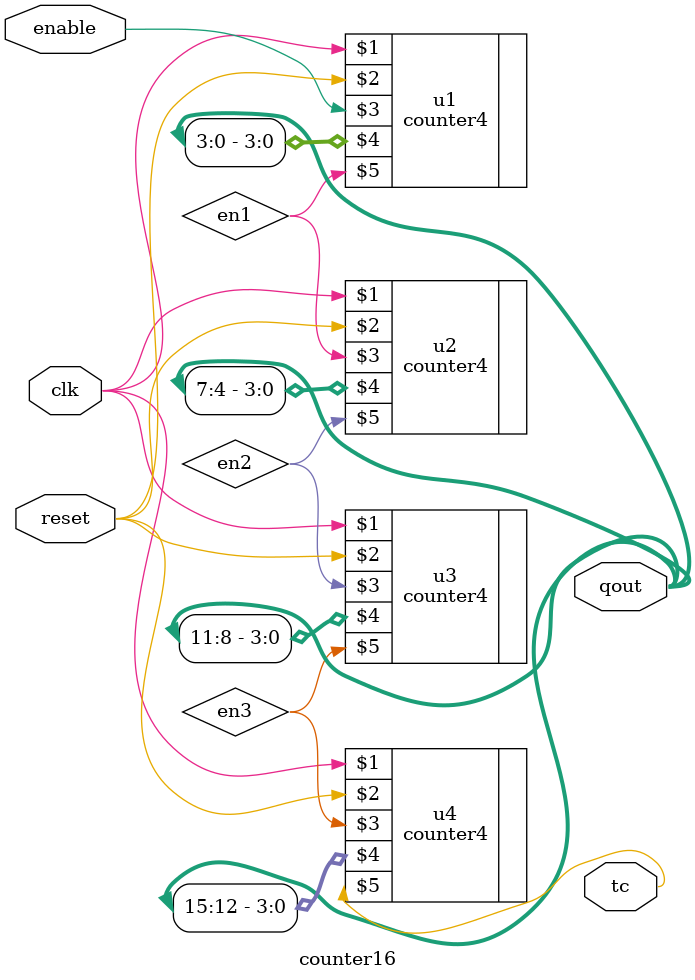
<source format=v>
module counter16(clk, reset, enable, qout, tc);
	input clk, reset, enable;
	output [15:0] qout;
	output tc;		// terminal count
	wire en1, en2, en3;
	
	counter4 u1 (clk, reset, enable, qout[3:0], en1);
	counter4 u2 (clk, reset, en1, qout[7:4], en2);
	counter4 u3 (clk, reset, en2, qout[11:8], en3);
	counter4 u4 (clk, reset, en3, qout[15:12], tc);
endmodule

</source>
